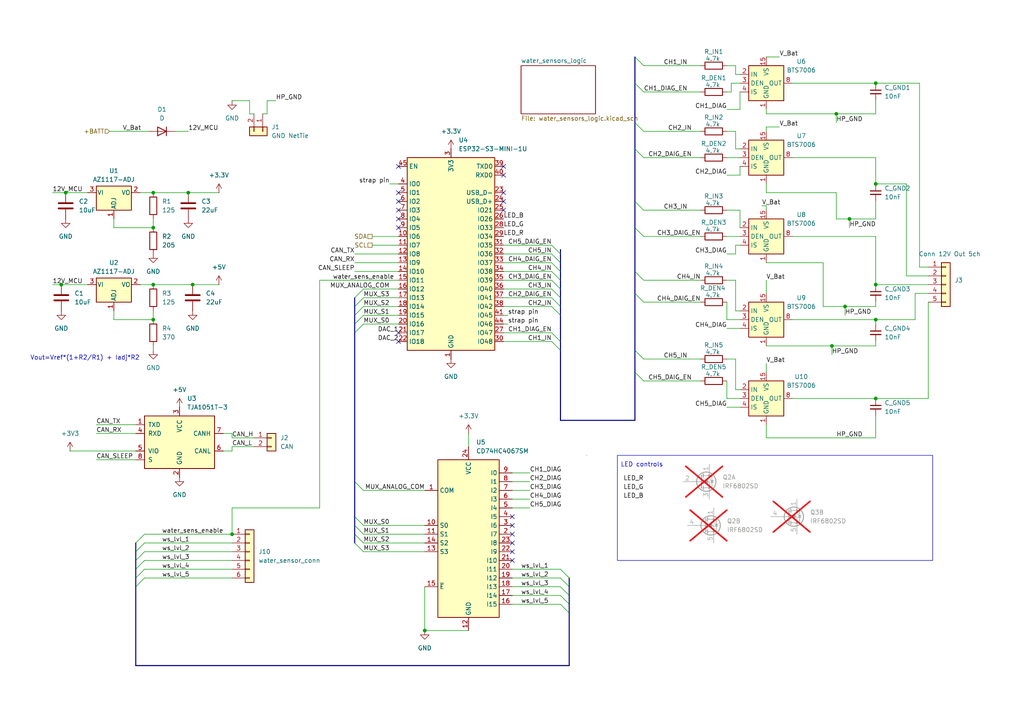
<source format=kicad_sch>
(kicad_sch (version 20231120) (generator "eeschema") (generator_version "8.0")
  (paper "A4")
  (title_block (title "camper_controller_ccu") (date "2024-12-30") (company "MK Electronics"))
  (junction (at 254 92.71))
  (junction (at 17.78 82.55))
  (junction (at 55.88 82.55))
  (junction (at 254 53.34))
  (junction (at 19.05 55.88))
  (junction (at 44.45 55.88))
  (junction (at 245.11 88.9))
  (junction (at 67.31 154.94))
  (junction (at 54.61 55.88))
  (junction (at 123.19 182.88))
  (junction (at 254 115.57))
  (junction (at 241.3 100.33))
  (junction (at 242.57 33.02))
  (junction (at 254 82.55))
  (junction (at 44.45 82.55))
  (junction (at 44.45 92.71))
  (junction (at 44.45 66.04))
  (junction (at 254 24.13))
  (junction (at 246.38 63.5))
  (no_connect (at 148.59 152.4))
  (no_connect (at 148.59 162.56))
  (no_connect (at 115.57 96.52))
  (no_connect (at 115.57 99.06))
  (no_connect (at 146.05 60.96))
  (no_connect (at 115.57 48.26))
  (no_connect (at 115.57 66.04))
  (no_connect (at 146.05 48.26))
  (no_connect (at 148.59 160.02))
  (no_connect (at 148.59 149.86))
  (no_connect (at 148.59 157.48))
  (no_connect (at 146.05 50.8))
  (no_connect (at 146.05 55.88))
  (no_connect (at 115.57 63.5))
  (no_connect (at 115.57 55.88))
  (no_connect (at 148.59 154.94))
  (no_connect (at 115.57 60.96))
  (no_connect (at 115.57 58.42))
  (no_connect (at 146.05 58.42))
  (bus_entry (at 160.02 83.82) (size 2.54 2.54))
  (bus_entry (at 39.37 157.48) (size 2.54 -2.54))
  (bus_entry (at 184.15 35.56) (size 2.54 2.54))
  (bus_entry (at 160.02 86.36) (size 2.54 2.54))
  (bus_entry (at 184.15 101.6) (size 2.54 2.54))
  (bus_entry (at 184.15 107.95) (size 2.54 2.54))
  (bus_entry (at 39.37 160.02) (size 2.54 -2.54))
  (bus_entry (at 184.15 58.42) (size 2.54 2.54))
  (bus_entry (at 165.1 177.8) (size -2.54 -2.54))
  (bus_entry (at 165.1 170.18) (size -2.54 -2.54))
  (bus_entry (at 102.87 154.94) (size 2.54 2.54))
  (bus_entry (at 160.02 78.74) (size 2.54 2.54))
  (bus_entry (at 184.15 66.04) (size 2.54 2.54))
  (bus_entry (at 184.15 78.74) (size 2.54 2.54))
  (bus_entry (at 39.37 165.1) (size 2.54 -2.54))
  (bus_entry (at 162.56 101.6) (size -2.54 -2.54))
  (bus_entry (at 39.37 170.18) (size 2.54 -2.54))
  (bus_entry (at 102.87 96.52) (size 2.54 -2.54))
  (bus_entry (at 39.37 167.64) (size 2.54 -2.54))
  (bus_entry (at 184.15 43.18) (size 2.54 2.54))
  (bus_entry (at 102.87 88.9) (size 2.54 -2.54))
  (bus_entry (at 160.02 71.12) (size 2.54 2.54))
  (bus_entry (at 160.02 81.28) (size 2.54 2.54))
  (bus_entry (at 102.87 93.98) (size 2.54 -2.54))
  (bus_entry (at 39.37 162.56) (size 2.54 -2.54))
  (bus_entry (at 162.56 91.44) (size -2.54 -2.54))
  (bus_entry (at 102.87 157.48) (size 2.54 2.54))
  (bus_entry (at 162.56 99.06) (size -2.54 -2.54))
  (bus_entry (at 165.1 175.26) (size -2.54 -2.54))
  (bus_entry (at 165.1 172.72) (size -2.54 -2.54))
  (bus_entry (at 102.87 91.44) (size 2.54 -2.54))
  (bus_entry (at 160.02 73.66) (size 2.54 2.54))
  (bus_entry (at 102.87 149.86) (size 2.54 2.54))
  (bus_entry (at 184.15 16.51) (size 2.54 2.54))
  (bus_entry (at 102.87 139.7) (size 2.54 2.54))
  (bus_entry (at 184.15 85.09) (size 2.54 2.54))
  (bus_entry (at 160.02 76.2) (size 2.54 2.54))
  (bus_entry (at 165.1 167.64) (size -2.54 -2.54))
  (bus_entry (at 184.15 24.13) (size 2.54 2.54))
  (bus_entry (at 102.87 152.4) (size 2.54 2.54))
  (bus_entry (at 102.87 86.36) (size 2.54 -2.54))
  (wire (pts (xy 254 63.5) (xy 246.38 63.5)))
  (wire (pts (xy 146.05 81.28) (xy 160.02 81.28)))
  (wire (pts (xy 222.25 127) (xy 254 127)))
  (bus (pts (xy 165.1 175.26) (xy 165.1 177.8)))
  (bus (pts (xy 162.56 72.39) (xy 162.56 73.66)))
  (bus (pts (xy 165.1 172.72) (xy 165.1 175.26)))
  (bus (pts (xy 102.87 91.44) (xy 102.87 93.98)))
  (wire (pts (xy 213.36 71.12) (xy 214.63 71.12)))
  (wire (pts (xy 266.7 24.13) (xy 254 24.13)))
  (wire (pts (xy 72.39 33.02) (xy 72.39 29.21)))
  (wire (pts (xy 148.59 139.7) (xy 153.67 139.7)))
  (wire (pts (xy 186.69 87.63) (xy 203.2 87.63)))
  (wire (pts (xy 147.32 93.98) (xy 146.05 93.98)))
  (bus (pts (xy 162.56 101.6) (xy 162.56 121.92)))
  (wire (pts (xy 210.82 118.11) (xy 214.63 118.11)))
  (wire (pts (xy 147.32 91.44) (xy 146.05 91.44)))
  (wire (pts (xy 146.05 76.2) (xy 160.02 76.2)))
  (bus (pts (xy 102.87 93.98) (xy 102.87 96.52)))
  (wire (pts (xy 40.64 82.55) (xy 44.45 82.55)))
  (wire (pts (xy 67.31 130.81) (xy 67.31 129.54)))
  (wire (pts (xy 222.25 36.83) (xy 222.25 38.1)))
  (wire (pts (xy 254 68.58) (xy 254 82.55)))
  (wire (pts (xy 269.24 82.55) (xy 254 82.55)))
  (wire (pts (xy 92.71 81.28) (xy 92.71 147.32)))
  (wire (pts (xy 186.69 26.67) (xy 203.2 26.67)))
  (wire (pts (xy 213.36 19.05) (xy 213.36 21.59)))
  (wire (pts (xy 254 87.63) (xy 254 88.9)))
  (bus (pts (xy 39.37 165.1) (xy 39.37 167.64)))
  (wire (pts (xy 41.91 167.64) (xy 67.31 167.64)))
  (bus (pts (xy 165.1 177.8) (xy 165.1 193.04)))
  (wire (pts (xy 214.63 50.8) (xy 214.63 48.26)))
  (wire (pts (xy 254 92.71) (xy 265.43 92.71)))
  (bus (pts (xy 184.15 121.92) (xy 162.56 121.92)))
  (wire (pts (xy 222.25 100.33) (xy 241.3 100.33)))
  (wire (pts (xy 33.02 66.04) (xy 33.02 63.5)))
  (wire (pts (xy 222.25 33.02) (xy 222.25 31.75)))
  (wire (pts (xy 148.59 167.64) (xy 162.56 167.64)))
  (wire (pts (xy 146.05 96.52) (xy 160.02 96.52)))
  (wire (pts (xy 146.05 78.74) (xy 160.02 78.74)))
  (wire (pts (xy 148.59 142.24) (xy 153.67 142.24)))
  (wire (pts (xy 222.25 55.88) (xy 222.25 53.34)))
  (wire (pts (xy 31.75 38.1) (xy 43.18 38.1)))
  (wire (pts (xy 254 53.34) (xy 262.89 53.34)))
  (wire (pts (xy 102.87 76.2) (xy 115.57 76.2)))
  (wire (pts (xy 254 120.65) (xy 254 127)))
  (wire (pts (xy 113.03 53.34) (xy 115.57 53.34)))
  (wire (pts (xy 222.25 105.41) (xy 222.25 107.95)))
  (wire (pts (xy 148.59 175.26) (xy 162.56 175.26)))
  (wire (pts (xy 41.91 157.48) (xy 67.31 157.48)))
  (wire (pts (xy 222.25 55.88) (xy 242.57 55.88)))
  (wire (pts (xy 222.25 59.69) (xy 220.98 59.69)))
  (wire (pts (xy 123.19 170.18) (xy 123.19 182.88)))
  (wire (pts (xy 67.31 129.54) (xy 73.66 129.54)))
  (wire (pts (xy 269.24 77.47) (xy 266.7 77.47)))
  (wire (pts (xy 229.87 24.13) (xy 254 24.13)))
  (wire (pts (xy 254 92.71) (xy 254 93.98)))
  (wire (pts (xy 67.31 147.32) (xy 67.31 154.94)))
  (wire (pts (xy 41.91 162.56) (xy 67.31 162.56)))
  (bus (pts (xy 184.15 58.42) (xy 184.15 66.04)))
  (wire (pts (xy 242.57 33.02) (xy 242.57 35.56)))
  (wire (pts (xy 241.3 100.33) (xy 241.3 102.87)))
  (wire (pts (xy 63.5 55.88) (xy 54.61 55.88)))
  (wire (pts (xy 77.47 33.02) (xy 77.47 29.21)))
  (wire (pts (xy 246.38 63.5) (xy 246.38 66.04)))
  (wire (pts (xy 67.31 29.21) (xy 72.39 29.21)))
  (wire (pts (xy 92.71 81.28) (xy 115.57 81.28)))
  (wire (pts (xy 229.87 115.57) (xy 254 115.57)))
  (wire (pts (xy 214.63 60.96) (xy 214.63 66.04)))
  (wire (pts (xy 213.36 21.59) (xy 214.63 21.59)))
  (bus (pts (xy 162.56 76.2) (xy 162.56 78.74)))
  (wire (pts (xy 213.36 73.66) (xy 213.36 71.12)))
  (wire (pts (xy 222.25 33.02) (xy 242.57 33.02)))
  (wire (pts (xy 44.45 66.04) (xy 44.45 63.5)))
  (wire (pts (xy 15.24 55.88) (xy 19.05 55.88)))
  (wire (pts (xy 210.82 95.25) (xy 214.63 95.25)))
  (wire (pts (xy 77.47 29.21) (xy 80.01 29.21)))
  (wire (pts (xy 213.36 38.1) (xy 213.36 43.18)))
  (bus (pts (xy 102.87 149.86) (xy 102.87 139.7)))
  (wire (pts (xy 229.87 45.72) (xy 254 45.72)))
  (bus (pts (xy 184.15 107.95) (xy 184.15 121.92)))
  (wire (pts (xy 254 58.42) (xy 254 63.5)))
  (wire (pts (xy 186.69 110.49) (xy 203.2 110.49)))
  (wire (pts (xy 55.88 82.55) (xy 63.5 82.55)))
  (wire (pts (xy 214.63 92.71) (xy 210.82 92.71)))
  (wire (pts (xy 210.82 115.57) (xy 214.63 115.57)))
  (wire (pts (xy 41.91 160.02) (xy 67.31 160.02)))
  (wire (pts (xy 186.69 104.14) (xy 203.2 104.14)))
  (wire (pts (xy 210.82 31.75) (xy 214.63 31.75)))
  (bus (pts (xy 102.87 88.9) (xy 102.87 91.44)))
  (bus (pts (xy 102.87 96.52) (xy 102.87 139.7)))
  (wire (pts (xy 41.91 165.1) (xy 67.31 165.1)))
  (wire (pts (xy 245.11 88.9) (xy 245.11 91.44)))
  (wire (pts (xy 146.05 99.06) (xy 160.02 99.06)))
  (wire (pts (xy 238.76 88.9) (xy 245.11 88.9)))
  (bus (pts (xy 162.56 86.36) (xy 162.56 88.9)))
  (wire (pts (xy 254 45.72) (xy 254 53.34)))
  (wire (pts (xy 222.25 36.83) (xy 226.06 36.83)))
  (wire (pts (xy 214.63 60.96) (xy 210.82 60.96)))
  (wire (pts (xy 102.87 73.66) (xy 115.57 73.66)))
  (bus (pts (xy 162.56 78.74) (xy 162.56 81.28)))
  (wire (pts (xy 105.41 152.4) (xy 123.19 152.4)))
  (wire (pts (xy 15.24 82.55) (xy 17.78 82.55)))
  (wire (pts (xy 214.63 31.75) (xy 214.63 26.67)))
  (wire (pts (xy 210.82 50.8) (xy 214.63 50.8)))
  (wire (pts (xy 102.87 78.74) (xy 115.57 78.74)))
  (wire (pts (xy 269.24 85.09) (xy 265.43 85.09)))
  (wire (pts (xy 146.05 71.12) (xy 160.02 71.12)))
  (wire (pts (xy 107.95 68.58) (xy 115.57 68.58)))
  (wire (pts (xy 148.59 144.78) (xy 153.67 144.78)))
  (wire (pts (xy 20.32 130.81) (xy 39.37 130.81)))
  (wire (pts (xy 238.76 76.2) (xy 222.25 76.2)))
  (wire (pts (xy 186.69 81.28) (xy 203.2 81.28)))
  (wire (pts (xy 33.02 92.71) (xy 33.02 90.17)))
  (wire (pts (xy 213.36 81.28) (xy 210.82 81.28)))
  (wire (pts (xy 33.02 92.71) (xy 44.45 92.71)))
  (wire (pts (xy 148.59 170.18) (xy 162.56 170.18)))
  (wire (pts (xy 92.71 147.32) (xy 67.31 147.32)))
  (wire (pts (xy 148.59 147.32) (xy 153.67 147.32)))
  (wire (pts (xy 265.43 85.09) (xy 265.43 92.71)))
  (bus (pts (xy 102.87 154.94) (xy 102.87 152.4)))
  (bus (pts (xy 165.1 170.18) (xy 165.1 172.72)))
  (wire (pts (xy 146.05 83.82) (xy 160.02 83.82)))
  (wire (pts (xy 262.89 80.01) (xy 262.89 53.34)))
  (bus (pts (xy 184.15 85.09) (xy 184.15 101.6)))
  (wire (pts (xy 64.77 130.81) (xy 67.31 130.81)))
  (wire (pts (xy 210.82 104.14) (xy 213.36 104.14)))
  (wire (pts (xy 44.45 82.55) (xy 55.88 82.55)))
  (wire (pts (xy 254 29.21) (xy 254 33.02)))
  (wire (pts (xy 186.69 60.96) (xy 203.2 60.96)))
  (wire (pts (xy 67.31 127) (xy 73.66 127)))
  (bus (pts (xy 184.15 24.13) (xy 184.15 35.56)))
  (wire (pts (xy 210.82 92.71) (xy 210.82 87.63)))
  (wire (pts (xy 222.25 60.96) (xy 222.25 59.69)))
  (wire (pts (xy 148.59 165.1) (xy 162.56 165.1)))
  (wire (pts (xy 40.64 55.88) (xy 44.45 55.88)))
  (wire (pts (xy 27.94 125.73) (xy 39.37 125.73)))
  (bus (pts (xy 184.15 78.74) (xy 184.15 85.09)))
  (bus (pts (xy 39.37 162.56) (xy 39.37 165.1)))
  (wire (pts (xy 186.69 19.05) (xy 203.2 19.05)))
  (wire (pts (xy 246.38 63.5) (xy 242.57 63.5)))
  (bus (pts (xy 165.1 193.04) (xy 39.37 193.04)))
  (bus (pts (xy 184.15 43.18) (xy 184.15 58.42)))
  (bus (pts (xy 162.56 73.66) (xy 162.56 76.2)))
  (wire (pts (xy 222.25 123.19) (xy 222.25 127)))
  (wire (pts (xy 212.09 24.13) (xy 212.09 26.67)))
  (wire (pts (xy 213.36 104.14) (xy 213.36 113.03)))
  (wire (pts (xy 242.57 33.02) (xy 254 33.02)))
  (wire (pts (xy 105.41 157.48) (xy 123.19 157.48)))
  (wire (pts (xy 229.87 68.58) (xy 254 68.58)))
  (wire (pts (xy 210.82 110.49) (xy 210.82 115.57)))
  (wire (pts (xy 229.87 92.71) (xy 254 92.71)))
  (wire (pts (xy 105.41 93.98) (xy 115.57 93.98)))
  (wire (pts (xy 210.82 68.58) (xy 214.63 68.58)))
  (wire (pts (xy 186.69 38.1) (xy 203.2 38.1)))
  (bus (pts (xy 184.15 35.56) (xy 184.15 43.18)))
  (wire (pts (xy 146.05 73.66) (xy 160.02 73.66)))
  (wire (pts (xy 213.36 81.28) (xy 213.36 90.17)))
  (wire (pts (xy 107.95 71.12) (xy 115.57 71.12)))
  (bus (pts (xy 184.15 101.6) (xy 184.15 107.95)))
  (bus (pts (xy 184.15 66.04) (xy 184.15 78.74)))
  (wire (pts (xy 33.02 66.04) (xy 44.45 66.04)))
  (wire (pts (xy 105.41 142.24) (xy 123.19 142.24)))
  (wire (pts (xy 186.69 68.58) (xy 203.2 68.58)))
  (wire (pts (xy 269.24 87.63) (xy 269.24 115.57)))
  (wire (pts (xy 123.19 182.88) (xy 135.89 182.88)))
  (wire (pts (xy 73.66 33.02) (xy 72.39 33.02)))
  (wire (pts (xy 146.05 86.36) (xy 160.02 86.36)))
  (bus (pts (xy 165.1 167.64) (xy 165.1 170.18)))
  (wire (pts (xy 213.36 43.18) (xy 214.63 43.18)))
  (wire (pts (xy 254 99.06) (xy 254 100.33)))
  (wire (pts (xy 242.57 55.88) (xy 242.57 63.5)))
  (bus (pts (xy 102.87 152.4) (xy 102.87 149.86)))
  (bus (pts (xy 162.56 88.9) (xy 162.56 91.44)))
  (wire (pts (xy 19.05 55.88) (xy 25.4 55.88)))
  (wire (pts (xy 39.37 123.19) (xy 27.94 123.19)))
  (wire (pts (xy 214.63 24.13) (xy 212.09 24.13)))
  (wire (pts (xy 105.41 154.94) (xy 123.19 154.94)))
  (bus (pts (xy 102.87 86.36) (xy 102.87 88.9)))
  (wire (pts (xy 148.59 172.72) (xy 162.56 172.72)))
  (wire (pts (xy 105.41 83.82) (xy 115.57 83.82)))
  (wire (pts (xy 105.41 86.36) (xy 115.57 86.36)))
  (bus (pts (xy 102.87 157.48) (xy 102.87 154.94)))
  (bus (pts (xy 39.37 157.48) (xy 39.37 160.02)))
  (wire (pts (xy 245.11 88.9) (xy 254 88.9)))
  (wire (pts (xy 27.94 133.35) (xy 39.37 133.35)))
  (wire (pts (xy 238.76 76.2) (xy 238.76 88.9)))
  (wire (pts (xy 105.41 160.02) (xy 123.19 160.02)))
  (wire (pts (xy 269.24 80.01) (xy 262.89 80.01)))
  (wire (pts (xy 17.78 82.55) (xy 25.4 82.55)))
  (wire (pts (xy 41.91 154.94) (xy 67.31 154.94)))
  (wire (pts (xy 44.45 92.71) (xy 44.45 90.17)))
  (wire (pts (xy 67.31 125.73) (xy 67.31 127)))
  (bus (pts (xy 162.56 81.28) (xy 162.56 83.82)))
  (bus (pts (xy 39.37 170.18) (xy 39.37 193.04)))
  (wire (pts (xy 213.36 90.17) (xy 214.63 90.17)))
  (wire (pts (xy 210.82 73.66) (xy 213.36 73.66)))
  (wire (pts (xy 50.8 38.1) (xy 54.61 38.1)))
  (wire (pts (xy 210.82 19.05) (xy 213.36 19.05)))
  (wire (pts (xy 105.41 91.44) (xy 115.57 91.44)))
  (wire (pts (xy 76.2 33.02) (xy 77.47 33.02)))
  (wire (pts (xy 254 115.57) (xy 269.24 115.57)))
  (wire (pts (xy 64.77 125.73) (xy 67.31 125.73)))
  (wire (pts (xy 148.59 137.16) (xy 153.67 137.16)))
  (bus (pts (xy 39.37 160.02) (xy 39.37 162.56)))
  (wire (pts (xy 222.25 16.51) (xy 226.06 16.51)))
  (wire (pts (xy 135.89 125.73) (xy 135.89 129.54)))
  (bus (pts (xy 162.56 83.82) (xy 162.56 86.36)))
  (wire (pts (xy 146.05 88.9) (xy 160.02 88.9)))
  (wire (pts (xy 105.41 88.9) (xy 115.57 88.9)))
  (wire (pts (xy 210.82 38.1) (xy 213.36 38.1)))
  (bus (pts (xy 184.15 16.51) (xy 184.15 24.13)))
  (bus (pts (xy 162.56 99.06) (xy 162.56 101.6)))
  (wire (pts (xy 213.36 113.03) (xy 214.63 113.03)))
  (wire (pts (xy 266.7 77.47) (xy 266.7 24.13)))
  (wire (pts (xy 254 100.33) (xy 241.3 100.33)))
  (wire (pts (xy 210.82 45.72) (xy 214.63 45.72)))
  (wire (pts (xy 44.45 55.88) (xy 54.61 55.88)))
  (wire (pts (xy 222.25 81.28) (xy 222.25 85.09)))
  (bus (pts (xy 39.37 167.64) (xy 39.37 170.18)))
  (wire (pts (xy 203.2 45.72) (xy 186.69 45.72)))
  (bus (pts (xy 162.56 91.44) (xy 162.56 99.06)))
  (wire (pts (xy 44.45 101.6) (xy 44.45 100.33)))
  (wire (pts (xy 212.09 26.67) (xy 210.82 26.67)))
  (rectangle (start 170.18 132.08) (end 170.18 132.08))
  (rectangle (start 179.07 132.08) (end 270.51 162.56))
  (text "Vout=Vref*(1+R2/R1) + Iadj*R2" (at 24.638 103.886 0) (effects (font (size 1.27 1.27))))
  (text "LED controls\n" (at 186.182 134.874 0) (effects (font (size 1.27 1.27))))
  (label "CH2_IN" (at 160.02 88.9 180))
  (label "CAN_SLEEP" (at 27.94 133.35 0))
  (label "ws_lvl_4" (at 151.13 172.72 0))
  (label "CH4_IN" (at 203.2 81.28 180))
  (label "CH4_DIAG" (at 153.67 144.78 0))
  (label "LED_B" (at 146.05 63.5 0))
  (label "CH3_DAIG_EN" (at 203.2 68.58 180))
  (label "MUX_S1" (at 105.41 91.44 0))
  (label "CAN_RX" (at 102.87 76.2 180))
  (label "DAC_1" (at 115.57 96.52 180))
  (label "CH3_DIAG" (at 210.82 73.66 180))
  (label "MUX_S2" (at 105.41 157.48 0))
  (label "strap pin" (at 147.32 91.44 0))
  (label "strap pin" (at 147.32 93.98 0))
  (label "MUX_S1" (at 105.41 154.94 0))
  (label "V_Bat" (at 222.25 81.28 0))
  (label "ws_lvl_2" (at 151.13 167.64 0))
  (label "HP_GND" (at 242.57 127 0))
  (label "CH1_DIAG" (at 210.82 31.75 180))
  (label "HP_GND" (at 242.57 35.56 0))
  (label "CH1_IN" (at 199.39 19.05 180))
  (label "CAN_TX" (at 102.87 73.66 180))
  (label "V_Bat" (at 35.56 38.1 0))
  (label "CAN_TX" (at 27.94 123.19 0))
  (label "CH4_DAIG_EN" (at 160.02 76.2 180))
  (label "DAC_2" (at 115.57 99.06 180))
  (label "CH5_DAIG_EN" (at 200.66 110.49 180))
  (label "CH1_DIAG_EN" (at 160.02 96.52 180))
  (label "ws_lvl_4" (at 46.99 165.1 0))
  (label "MUX_ANALOG_COM" (at 123.19 142.24 180))
  (label "LED_B" (at 186.69 144.78 180))
  (label "V_Bat" (at 222.25 105.41 0))
  (label "CAN_H" (at 67.31 127 0))
  (label "V_Bat" (at 220.98 59.69 0))
  (label "12V_MCU" (at 15.24 55.88 0))
  (label "CH5_DIAG" (at 210.82 118.11 180))
  (label "CH1_DIAG_EN" (at 199.39 26.67 180))
  (label "CAN_RX" (at 27.94 125.73 0))
  (label "CH2_DAIG_EN" (at 200.66 45.72 180))
  (label "CH2_DAIG_EN" (at 160.02 86.36 180))
  (label "ws_lvl_1" (at 46.99 157.48 0))
  (label "MUX_S3" (at 105.41 86.36 0))
  (label "ws_lvl_2" (at 46.99 160.02 0))
  (label "LED_G" (at 186.69 142.24 180))
  (label "HP_GND" (at 245.11 91.44 0))
  (label "ws_lvl_3" (at 151.13 170.18 0))
  (label "CAN_SLEEP" (at 102.87 78.74 180))
  (label "ws_lvl_3" (at 46.99 162.56 0))
  (label "ws_lvl_5" (at 46.99 167.64 0))
  (label "LED_R" (at 186.69 139.7 180))
  (label "CH2_DIAG" (at 153.67 139.7 0))
  (label "CAN_L" (at 67.31 129.54 0))
  (label "MUX_S3" (at 105.41 160.02 0))
  (label "ws_lvl_1" (at 151.13 165.1 0))
  (label "LED_G" (at 146.05 66.04 0))
  (label "CH4_DAIG_EN" (at 203.2 87.63 180))
  (label "CH5_DIAG" (at 153.67 147.32 0))
  (label "V_Bat" (at 226.06 36.83 0))
  (label "HP_GND" (at 241.3 102.87 0))
  (label "CH4_DIAG" (at 210.82 95.25 180))
  (label "HP_GND" (at 246.38 66.04 0))
  (label "CH3_IN" (at 199.39 60.96 180))
  (label "strap pin" (at 113.03 53.34 180))
  (label "CH5_DAIG_EN" (at 160.02 71.12 180))
  (label "LED_R" (at 146.05 68.58 0))
  (label "CH3_IN" (at 160.02 83.82 180))
  (label "MUX_ANALOG_COM" (at 113.03 83.82 180))
  (label "MUX_S2" (at 105.41 88.9 0))
  (label "12V_MCU" (at 54.61 38.1 0))
  (label "V_Bat" (at 226.06 16.51 0))
  (label "CH4_IN" (at 160.02 78.74 180))
  (label "MUX_S0" (at 105.41 152.4 0))
  (label "water_sens_enable" (at 96.52 81.28 0))
  (label "MUX_S0" (at 105.41 93.98 0))
  (label "12V_MCU" (at 15.24 82.55 0))
  (label "CH3_DAIG_EN" (at 160.02 81.28 180))
  (label "CH5_IN" (at 199.39 104.14 180))
  (label "CH3_DIAG" (at 153.67 142.24 0))
  (label "CH2_DIAG" (at 210.82 50.8 180))
  (label "ws_lvl_5" (at 151.13 175.26 0))
  (label "CH1_IN" (at 160.02 99.06 180))
  (label "CH2_IN" (at 200.66 38.1 180))
  (label "HP_GND" (at 80.01 29.21 0))
  (label "CH5_IN" (at 160.02 73.66 180))
  (label "CH1_DIAG" (at 153.67 137.16 0))
  (label "water_sens_enable" (at 46.99 154.94 0))
  (hierarchical_label "SDA" (shape passive) (at 107.95 68.58 180))
  (hierarchical_label "+BATT" (shape input) (at 31.75 38.1 180))
  (hierarchical_label "SCL" (shape passive) (at 107.95 71.12 180))
  (symbol (lib_id "Device:C") (at 17.78 86.36 0) (unit 1)
    (property "Reference" "C1" (at 21.59 85.0899 0) (effects (justify left)))
    (property "Value" "10uF" (at 21.59 87.6299 0) (effects (justify left)))
    (property "Footprint" "Capacitor_SMD:C_0805_2012Metric_Pad1.18x1.45mm_HandSolder" (effects (hide yes)))
    (property "Description" "Unpolarized capacitor" (effects (hide yes)))
  )
  (symbol (lib_id "Device:R") (at 44.45 59.69 0) (unit 1)
    (property "Reference" "R1" (at 46.99 58.4199 0) (effects (justify left)))
    (property "Value" "125" (at 46.99 60.9599 0) (effects (justify left)))
    (property "Footprint" "Resistor_SMD:R_0805_2012Metric_Pad1.20x1.40mm_HandSolder" (effects (hide yes)))
    (property "Description" "Resistor" (effects (hide yes)))
  )
  (symbol (lib_id "Connector_Generic:Conn_01x05") (at 274.32 82.55 0) (unit 1)
    (property "Reference" "J3" (at 276.86 81.2799 0) (effects (justify left)))
    (property "Value" "Conn 12V Out 5ch" (at 266.446 73.66 0) (effects (justify left)))
    (property "Footprint" "TerminalBlock:TerminalBlock_bornier-5_P5.08mm" (effects (hide yes)))
    (property "Description" "Generic connector, single row, 01x05, script generated (kicad-library-utils/schlib/autogen/connector/)" (effects (hide yes)))
  )
  (symbol (lib_name "GND_2") (lib_id "power:GND") (at 54.61 63.5 0) (unit 1)
    (property "Reference" "#PWR09" (effects (hide yes)))
    (property "Value" "GND" (at 54.61 68.58 0))
    (property "Description" "Power symbol creates a global label with name \"GND\" , ground" (effects (hide yes)))
  )
  (symbol (lib_id "Device:C_Small") (at 254 55.88 0) (unit 1)
    (property "Reference" "C_GND2" (at 256.54 54.6162 0) (effects (justify left)))
    (property "Value" "10nF" (at 256.54 57.1562 0) (effects (justify left)))
    (property "Footprint" "Capacitor_SMD:C_0805_2012Metric_Pad1.18x1.45mm_HandSolder" (effects (hide yes)))
    (property "Description" "Unpolarized capacitor, small symbol" (effects (hide yes)))
  )
  (symbol (lib_name "BTS7004-1EPP_3") (lib_id "Power_Management:BTS7004-1EPP") (at 222.25 115.57 0) (unit 1)
    (property "Reference" "U10" (at 232.41 109.2514 0))
    (property "Value" "BTS7006" (at 232.41 111.7914 0))
    (property "Footprint" "Package_SO:Infineon_PG-TSDSO-14-22" (effects (hide yes)))
    (property "Datasheet" "https://www.infineon.com/dgdl/Infineon-BTS7004-1EPP-DS-v01_00-EN.pdf?fileId=5546d4626102d35a016147550a725555" (effects (hide yes)))
    (property "Description" "Smart High-Side Power Switch, PROFET, One Channel, 12V, 15A, Rds(on) 4.4mΩ, PG-TSDSO-14-22" (effects (hide yes)))
  )
  (symbol (lib_id "power:+3V3") (at 20.32 130.81 0) (unit 1)
    (property "Reference" "#PWR05" (effects (hide yes)))
    (property "Value" "+3V3" (at 20.32 125.73 0))
    (property "Description" "Power symbol creates a global label with name \"+3V3\"" (effects (hide yes)))
  )
  (symbol (lib_id "Device:C_Small") (at 254 118.11 0) (unit 1)
    (property "Reference" "C_GND5" (at 256.54 116.8462 0) (effects (justify left)))
    (property "Value" "10nF" (at 256.54 119.3862 0) (effects (justify left)))
    (property "Footprint" "Capacitor_SMD:C_0805_2012Metric_Pad1.18x1.45mm_HandSolder" (effects (hide yes)))
    (property "Description" "Unpolarized capacitor, small symbol" (effects (hide yes)))
  )
  (symbol (lib_id "power:+3.3V") (at 63.5 55.88 0) (unit 1)
    (property "Reference" "#PWR013" (effects (hide yes)))
    (property "Value" "+3.3V" (at 63.5 50.8 0))
    (property "Description" "Power symbol creates a global label with name \"+3.3V\"" (effects (hide yes)))
  )
  (symbol (lib_id "Device:C_Small") (at 254 96.52 0) (unit 1)
    (property "Reference" "C_GND4" (at 256.54 95.2562 0) (effects (justify left)))
    (property "Value" "10nF" (at 256.54 97.7962 0) (effects (justify left)))
    (property "Footprint" "Capacitor_SMD:C_0805_2012Metric_Pad1.18x1.45mm_HandSolder" (effects (hide yes)))
    (property "Description" "Unpolarized capacitor, small symbol" (effects (hide yes)))
  )
  (symbol (lib_id "Device:R") (at 207.01 26.67 90) (unit 1)
    (property "Reference" "R_DEN1" (at 207.01 22.606 90))
    (property "Value" "4.7k" (at 206.756 24.638 90))
    (property "Footprint" "Resistor_SMD:R_0805_2012Metric_Pad1.20x1.40mm_HandSolder" (effects (hide yes)))
    (property "Datasheet" "https://www.tme.eu/pl/details/pmr2s-100k/rezystory-tht/royal-ohm/pmr02sj0104a10/" (effects (hide yes)))
    (property "Description" "Resistor" (effects (hide yes)))
  )
  (symbol (lib_name "BTS7004-1EPP_2") (lib_id "Power_Management:BTS7004-1EPP") (at 222.25 68.58 0) (unit 1)
    (property "Reference" "U8" (at 232.41 62.2614 0))
    (property "Value" "BTS7006" (at 232.41 64.8014 0))
    (property "Footprint" "Package_SO:Infineon_PG-TSDSO-14-22" (effects (hide yes)))
    (property "Datasheet" "https://www.infineon.com/dgdl/Infineon-BTS7004-1EPP-DS-v01_00-EN.pdf?fileId=5546d4626102d35a016147550a725555" (effects (hide yes)))
    (property "Description" "Smart High-Side Power Switch, PROFET, One Channel, 12V, 15A, Rds(on) 4.4mΩ, PG-TSDSO-14-22" (effects (hide yes)))
  )
  (symbol (lib_id "Transistor_FET:IRF6802SD") (at 203.2 139.7 0) (unit 1) (on_board no) (dnp yes)
    (property "Reference" "Q2" (at 209.55 138.4299 0) (effects (justify left)))
    (property "Value" "IRF6802SD" (at 209.55 140.9699 0) (effects (justify left)))
    (property "Footprint" "Package_DirectFET:DirectFET_SA" (effects (hide yes)))
    (property "Datasheet" "https://www.infineon.com/dgdl/irf6802sdpbf.pdf?fileId=5546d462533600a4015355f0a3021ab2" (effects (hide yes)))
    (property "Description" "16A Id, 25V Vds, 4.2mOhm Rds, Dual N-Channel MOSFET, DirectFET SA" (effects (hide yes)))
  )
  (symbol (lib_id "Device:R") (at 44.45 86.36 0) (unit 1)
    (property "Reference" "R3" (at 46.99 85.0899 0) (effects (justify left)))
    (property "Value" "125" (at 46.99 87.6299 0) (effects (justify left)))
    (property "Footprint" "Resistor_SMD:R_0805_2012Metric_Pad1.20x1.40mm_HandSolder" (effects (hide yes)))
    (property "Description" "Resistor" (effects (hide yes)))
  )
  (symbol (lib_id "Device:R") (at 207.01 104.14 90) (unit 1)
    (property "Reference" "R_IN5" (at 207.01 100.076 90))
    (property "Value" "4.7k" (at 206.756 102.108 90))
    (property "Footprint" "Resistor_SMD:R_0805_2012Metric_Pad1.20x1.40mm_HandSolder" (effects (hide yes)))
    (property "Datasheet" "https://www.tme.eu/pl/details/pmr2s-100k/rezystory-tht/royal-ohm/pmr02sj0104a10/" (effects (hide yes)))
    (property "Description" "Resistor" (effects (hide yes)))
  )
  (symbol (lib_name "BTS7004-1EPP_1") (lib_id "Power_Management:BTS7004-1EPP") (at 222.25 45.72 0) (unit 1)
    (property "Reference" "U7" (at 232.41 39.4014 0))
    (property "Value" "BTS7006" (at 232.41 41.9414 0))
    (property "Footprint" "Package_SO:Infineon_PG-TSDSO-14-22" (effects (hide yes)))
    (property "Datasheet" "https://www.infineon.com/dgdl/Infineon-BTS7004-1EPP-DS-v01_00-EN.pdf?fileId=5546d4626102d35a016147550a725555" (effects (hide yes)))
    (property "Description" "Smart High-Side Power Switch, PROFET, One Channel, 12V, 15A, Rds(on) 4.4mΩ, PG-TSDSO-14-22" (effects (hide yes)))
  )
  (symbol (lib_id "Connector_Generic:Conn_01x02") (at 76.2 38.1 270) (unit 1)
    (property "Reference" "J1" (at 78.74 36.8299 90) (effects (justify left)))
    (property "Value" "GND NetTie" (at 78.74 39.3699 90) (effects (justify left)))
    (property "Footprint" "Connector_PinHeader_1.00mm:PinHeader_1x02_P1.00mm_Vertical" (effects (hide yes)))
    (property "Description" "Generic connector, single row, 01x02, script generated (kicad-library-utils/schlib/autogen/connector/)" (effects (hide yes)))
  )
  (symbol (lib_id "Device:C_Small") (at 254 85.09 0) (unit 1)
    (property "Reference" "C_GND3" (at 256.54 83.8262 0) (effects (justify left)))
    (property "Value" "10nF" (at 256.54 86.3662 0) (effects (justify left)))
    (property "Footprint" "Capacitor_SMD:C_0805_2012Metric_Pad1.18x1.45mm_HandSolder" (effects (hide yes)))
    (property "Description" "Unpolarized capacitor, small symbol" (effects (hide yes)))
  )
  (symbol (lib_id "power:+5V") (at 52.07 118.11 0) (unit 1)
    (property "Reference" "#PWR011" (effects (hide yes)))
    (property "Value" "+5V" (at 52.07 113.03 0))
    (property "Description" "Power symbol creates a global label with name \"+5V\"" (effects (hide yes)))
  )
  (symbol (lib_id "Device:C") (at 54.61 59.69 180) (unit 1)
    (property "Reference" "C3" (at 58.42 58.4199 0) (effects (justify right)))
    (property "Value" "22uF" (at 58.42 60.9599 0) (effects (justify right)))
    (property "Footprint" "Capacitor_SMD:C_0805_2012Metric_Pad1.18x1.45mm_HandSolder" (effects (hide yes)))
    (property "Description" "Unpolarized capacitor" (effects (hide yes)))
  )
  (symbol (lib_id "power:+5V") (at 63.5 82.55 0) (unit 1)
    (property "Reference" "#PWR014" (effects (hide yes)))
    (property "Value" "+5V" (at 63.5 77.47 0))
    (property "Description" "Power symbol creates a global label with name \"+5V\"" (effects (hide yes)))
  )
  (symbol (lib_id "Device:R") (at 44.45 69.85 0) (unit 1)
    (property "Reference" "R2" (at 46.99 68.5799 0) (effects (justify left)))
    (property "Value" "205" (at 46.99 71.1199 0) (effects (justify left)))
    (property "Footprint" "Resistor_SMD:R_0805_2012Metric_Pad1.20x1.40mm_HandSolder" (effects (hide yes)))
    (property "Description" "Resistor" (effects (hide yes)))
  )
  (symbol (lib_id "power:GND") (at 55.88 90.17 0) (unit 1)
    (property "Reference" "#PWR010" (effects (hide yes)))
    (property "Value" "GND" (at 55.88 95.25 0))
    (property "Description" "Power symbol creates a global label with name \"GND\" , ground" (effects (hide yes)))
  )
  (symbol (lib_id "Device:R") (at 207.01 60.96 90) (unit 1)
    (property "Reference" "R_IN3" (at 207.01 56.896 90))
    (property "Value" "4.7k" (at 206.756 58.928 90))
    (property "Footprint" "Resistor_SMD:R_0805_2012Metric_Pad1.20x1.40mm_HandSolder" (effects (hide yes)))
    (property "Datasheet" "https://www.tme.eu/pl/details/pmr2s-100k/rezystory-tht/royal-ohm/pmr02sj0104a10/" (effects (hide yes)))
    (property "Description" "Resistor" (effects (hide yes)))
  )
  (symbol (lib_id "power:GND") (at 130.81 104.14 0) (unit 1)
    (property "Reference" "#PWR018" (effects (hide yes)))
    (property "Value" "GND" (at 130.81 109.22 0))
    (property "Description" "Power symbol creates a global label with name \"GND\" , ground" (effects (hide yes)))
  )
  (symbol (lib_id "Power_Management:BTS7004-1EPP") (at 222.25 24.13 0) (unit 1)
    (property "Reference" "U6" (at 232.41 17.8114 0))
    (property "Value" "BTS7006" (at 232.41 20.3514 0))
    (property "Footprint" "Package_SO:Infineon_PG-TSDSO-14-22" (effects (hide yes)))
    (property "Datasheet" "https://www.infineon.com/dgdl/Infineon-BTS7004-1EPP-DS-v01_00-EN.pdf?fileId=5546d4626102d35a016147550a725555" (effects (hide yes)))
    (property "Description" "Smart High-Side Power Switch, PROFET, One Channel, 12V, 15A, Rds(on) 4.4mΩ, PG-TSDSO-14-22" (effects (hide yes)))
  )
  (symbol (lib_id "power:GND") (at 52.07 138.43 0) (unit 1)
    (property "Reference" "#PWR012" (effects (hide yes)))
    (property "Value" "GND" (at 52.07 143.51 0))
    (property "Description" "Power symbol creates a global label with name \"GND\" , ground" (effects (hide yes)))
  )
  (symbol (lib_id "Regulator_Linear:AZ1117-ADJ") (at 33.02 82.55 0) (unit 1)
    (property "Reference" "U2" (at 33.02 76.2 0))
    (property "Value" "AZ1117-ADJ" (at 33.02 78.74 0))
    (property "Footprint" "Package_TO_SOT_SMD:SOT-223-3_TabPin2" (effects (hide yes)))
    (property "Datasheet" "https://www.diodes.com/assets/Datasheets/AZ1117.pdf" (effects (hide yes)))
    (property "Description" "1A 20V Adjustable LDO Linear Regulator, SOT-89/SOT-223/TO-220/TO-252/TO-263" (effects (hide yes)))
  )
  (symbol (lib_name "BTS7004-1EPP_3") (lib_id "Power_Management:BTS7004-1EPP") (at 222.25 92.71 0) (unit 1)
    (property "Reference" "U9" (at 232.41 86.3914 0))
    (property "Value" "BTS7006" (at 232.41 88.9314 0))
    (property "Footprint" "Package_SO:Infineon_PG-TSDSO-14-22" (effects (hide yes)))
    (property "Datasheet" "https://www.infineon.com/dgdl/Infineon-BTS7004-1EPP-DS-v01_00-EN.pdf?fileId=5546d4626102d35a016147550a725555" (effects (hide yes)))
    (property "Description" "Smart High-Side Power Switch, PROFET, One Channel, 12V, 15A, Rds(on) 4.4mΩ, PG-TSDSO-14-22" (effects (hide yes)))
  )
  (symbol (lib_id "Interface_CAN_LIN:TJA1051T-3") (at 52.07 128.27 0) (unit 1)
    (property "Reference" "U3" (at 54.2641 115.57 0) (effects (justify left)))
    (property "Value" "TJA1051T-3" (at 54.2641 118.11 0) (effects (justify left)))
    (property "Footprint" "Package_SO:SOIC-8_3.9x4.9mm_P1.27mm" (effects (hide yes)))
    (property "Datasheet" "http://www.nxp.com/docs/en/data-sheet/TJA1051.pdf" (effects (hide yes)))
    (property "Description" "High-Speed CAN Transceiver, separate VIO, silent mode, SOIC-8" (effects (hide yes)))
  )
  (symbol (lib_id "Device:C") (at 55.88 86.36 180) (unit 1)
    (property "Reference" "C4" (at 59.69 85.0899 0) (effects (justify right)))
    (property "Value" "22uF" (at 59.69 87.6299 0) (effects (justify right)))
    (property "Footprint" "Capacitor_SMD:C_0805_2012Metric_Pad1.18x1.45mm_HandSolder" (effects (hide yes)))
    (property "Description" "Unpolarized capacitor" (effects (hide yes)))
  )
  (symbol (lib_id "Device:R") (at 44.45 96.52 0) (unit 1)
    (property "Reference" "R4" (at 46.99 95.2499 0) (effects (justify left)))
    (property "Value" "370" (at 46.99 97.7899 0) (effects (justify left)))
    (property "Footprint" "Resistor_SMD:R_0805_2012Metric_Pad1.20x1.40mm_HandSolder" (effects (hide yes)))
    (property "Description" "Resistor" (effects (hide yes)))
  )
  (symbol (lib_id "74xx:CD74HC4067SM") (at 135.89 154.94 0) (unit 1)
    (property "Reference" "U5" (at 138.0841 128.27 0) (effects (justify left)))
    (property "Value" "CD74HC4067SM" (at 138.0841 130.81 0) (effects (justify left)))
    (property "Footprint" "Package_SO:SSOP-24_5.3x8.2mm_P0.65mm" (effects (hide yes)))
    (property "Datasheet" "http://www.ti.com/lit/ds/symlink/cd74hc4067.pdf" (effects (hide yes)))
    (property "Description" "High-Speed CMOS Logic 16-Channel Analog Multiplexer/Demultiplexer, SSOP-24" (effects (hide yes)))
  )
  (symbol (lib_id "Connector_Generic:Conn_01x06") (at 72.39 160.02 0) (unit 1)
    (property "Reference" "J10" (at 74.93 160.0199 0) (effects (justify left)))
    (property "Value" "water_sensor_conn" (at 74.93 162.5599 0) (effects (justify left)))
    (property "Footprint" "TerminalBlock:TerminalBlock_Xinya_XY308-2.54-6P_1x06_P2.54mm_Horizontal" (effects (hide yes)))
    (property "Description" "Generic connector, single row, 01x06, script generated (kicad-library-utils/schlib/autogen/connector/)" (effects (hide yes)))
  )
  (symbol (lib_id "Device:D") (at 46.99 38.1 180) (unit 1)
    (property "Reference" "D1" (at 46.99 31.75 0))
    (property "Value" "D" (at 46.99 34.29 0))
    (property "Footprint" "Diode_SMD:D_1210_3225Metric_Pad1.42x2.65mm_HandSolder" (effects (hide yes)))
    (property "Description" "Diode" (effects (hide yes)))
    (property "Sim.Device" "D" (effects (hide yes)))
    (property "Sim.Pins" "1=K 2=A" (effects (hide yes)))
  )
  (symbol (lib_id "power:+3.3V") (at 135.89 125.73 0) (unit 1)
    (property "Reference" "#PWR019" (effects (hide yes)))
    (property "Value" "+3.3V" (at 135.89 120.65 0))
    (property "Description" "Power symbol creates a global label with name \"+3.3V\"" (effects (hide yes)))
  )
  (symbol (lib_id "power:GND") (at 44.45 73.66 0) (unit 1)
    (property "Reference" "#PWR06" (effects (hide yes)))
    (property "Value" "GND" (at 44.45 78.74 0))
    (property "Description" "Power symbol creates a global label with name \"GND\" , ground" (effects (hide yes)))
  )
  (symbol (lib_id "Device:C") (at 19.05 59.69 180) (unit 1)
    (property "Reference" "C2" (at 22.86 58.4199 0) (effects (justify right)))
    (property "Value" "10uF" (at 22.86 60.9599 0) (effects (justify right)))
    (property "Footprint" "Capacitor_SMD:C_0805_2012Metric_Pad1.18x1.45mm_HandSolder" (effects (hide yes)))
    (property "Description" "Unpolarized capacitor" (effects (hide yes)))
  )
  (symbol (lib_id "RF_Module:ESP32-S3-MINI-1U") (at 130.81 73.66 0) (unit 1)
    (property "Reference" "U4" (at 133.0041 40.64 0) (effects (justify left)))
    (property "Value" "ESP32-S3-MINI-1U" (at 133.0041 43.18 0) (effects (justify left)))
    (property "Footprint" "RF_Module:ESP32-S2-MINI-1U" (effects (hide yes)))
    (property "Datasheet" "https://www.espressif.com/sites/default/files/documentation/esp32-s2-mini-2_esp32-s2-mini-2u_datasheet_en.pdf" (effects (hide yes)))
    (property "Description" "RF Module, ESP32-S3 SoC, Wi-Fi 802.11b/g/n, Bluetooth, BLE, 32-bit, 3.3V, SMD, external antenna" (effects (hide yes)))
  )
  (symbol (lib_id "Device:R") (at 207.01 19.05 90) (unit 1)
    (property "Reference" "R_IN1" (at 207.01 14.986 90))
    (property "Value" "4.7k" (at 206.756 17.018 90))
    (property "Footprint" "Resistor_SMD:R_0805_2012Metric_Pad1.20x1.40mm_HandSolder" (effects (hide yes)))
    (property "Datasheet" "https://www.tme.eu/pl/details/pmr2s-100k/rezystory-tht/royal-ohm/pmr02sj0104a10/" (effects (hide yes)))
    (property "Description" "Resistor" (effects (hide yes)))
  )
  (symbol (lib_id "power:GND") (at 19.05 63.5 0) (unit 1)
    (property "Reference" "#PWR04" (effects (hide yes)))
    (property "Value" "GND" (at 19.05 68.58 0))
    (property "Description" "Power symbol creates a global label with name \"GND\" , ground" (effects (hide yes)))
  )
  (symbol (lib_id "power:GND") (at 17.78 90.17 0) (unit 1)
    (property "Reference" "#PWR03" (effects (hide yes)))
    (property "Value" "GND" (at 17.78 95.25 0))
    (property "Description" "Power symbol creates a global label with name \"GND\" , ground" (effects (hide yes)))
  )
  (symbol (lib_id "Device:C_Small") (at 254 26.67 0) (unit 1)
    (property "Reference" "C_GND1" (at 256.54 25.4062 0) (effects (justify left)))
    (property "Value" "10nF" (at 256.54 27.9462 0) (effects (justify left)))
    (property "Footprint" "Capacitor_SMD:C_0805_2012Metric_Pad1.18x1.45mm_HandSolder" (effects (hide yes)))
    (property "Description" "Unpolarized capacitor, small symbol" (effects (hide yes)))
  )
  (symbol (lib_id "power:GND") (at 123.19 182.88 0) (unit 1)
    (property "Reference" "#PWR016" (effects (hide yes)))
    (property "Value" "GND" (at 123.19 187.96 0))
    (property "Description" "Power symbol creates a global label with name \"GND\" , ground" (effects (hide yes)))
  )
  (symbol (lib_id "Device:R") (at 207.01 45.72 90) (unit 1)
    (property "Reference" "R_DEN2" (at 207.01 41.656 90))
    (property "Value" "4.7k" (at 206.756 43.688 90))
    (property "Footprint" "Resistor_SMD:R_0805_2012Metric_Pad1.20x1.40mm_HandSolder" (effects (hide yes)))
    (property "Datasheet" "https://www.tme.eu/pl/details/pmr2s-100k/rezystory-tht/royal-ohm/pmr02sj0104a10/" (effects (hide yes)))
    (property "Description" "Resistor" (effects (hide yes)))
  )
  (symbol (lib_id "power:GND") (at 67.31 29.21 0) (unit 1)
    (property "Reference" "#PWR015" (effects (hide yes)))
    (property "Value" "GND" (at 67.31 34.29 0))
    (property "Description" "Power symbol creates a global label with name \"GND\" , ground" (effects (hide yes)))
  )
  (symbol (lib_id "Device:R") (at 207.01 68.58 90) (unit 1)
    (property "Reference" "R_DEN3" (at 207.01 64.516 90))
    (property "Value" "4.7k" (at 206.756 66.548 90))
    (property "Footprint" "Resistor_SMD:R_0805_2012Metric_Pad1.20x1.40mm_HandSolder" (effects (hide yes)))
    (property "Datasheet" "https://www.tme.eu/pl/details/pmr2s-100k/rezystory-tht/royal-ohm/pmr02sj0104a10/" (effects (hide yes)))
    (property "Description" "Resistor" (effects (hide yes)))
  )
  (symbol (lib_id "power:+3.3V") (at 130.81 43.18 0) (unit 1)
    (property "Reference" "#PWR017" (effects (hide yes)))
    (property "Value" "+3.3V" (at 130.81 38.1 0))
    (property "Description" "Power symbol creates a global label with name \"+3.3V\"" (effects (hide yes)))
  )
  (symbol (lib_id "Device:R") (at 207.01 110.49 90) (unit 1)
    (property "Reference" "R_DEN5" (at 207.01 106.426 90))
    (property "Value" "4.7k" (at 206.756 108.458 90))
    (property "Footprint" "Resistor_SMD:R_0805_2012Metric_Pad1.20x1.40mm_HandSolder" (effects (hide yes)))
    (property "Datasheet" "https://www.tme.eu/pl/details/pmr2s-100k/rezystory-tht/royal-ohm/pmr02sj0104a10/" (effects (hide yes)))
    (property "Description" "Resistor" (effects (hide yes)))
  )
  (symbol (lib_id "Connector_Generic:Conn_01x02") (at 78.74 127 0) (unit 1)
    (property "Reference" "J2" (at 81.28 126.9999 0) (effects (justify left)))
    (property "Value" "CAN" (at 81.28 129.5399 0) (effects (justify left)))
    (property "Footprint" "TerminalBlock:TerminalBlock_Xinya_XY308-2.54-2P_1x02_P2.54mm_Horizontal" (effects (hide yes)))
    (property "Description" "Generic connector, single row, 01x02, script generated (kicad-library-utils/schlib/autogen/connector/)" (effects (hide yes)))
  )
  (symbol (lib_id "Device:R") (at 207.01 81.28 90) (unit 1)
    (property "Reference" "R_IN4" (at 207.01 77.216 90))
    (property "Value" "4.7k" (at 206.756 79.248 90))
    (property "Footprint" "Resistor_SMD:R_0805_2012Metric_Pad1.20x1.40mm_HandSolder" (effects (hide yes)))
    (property "Datasheet" "https://www.tme.eu/pl/details/pmr2s-100k/rezystory-tht/royal-ohm/pmr02sj0104a10/" (effects (hide yes)))
    (property "Description" "Resistor" (effects (hide yes)))
  )
  (symbol (lib_id "Device:R") (at 207.01 87.63 90) (unit 1)
    (property "Reference" "R_DEN4" (at 206.756 83.566 90))
    (property "Value" "4.7k" (at 206.756 85.598 90))
    (property "Footprint" "Resistor_SMD:R_0805_2012Metric_Pad1.20x1.40mm_HandSolder" (effects (hide yes)))
    (property "Datasheet" "https://www.tme.eu/pl/details/pmr2s-100k/rezystory-tht/royal-ohm/pmr02sj0104a10/" (effects (hide yes)))
    (property "Description" "Resistor" (effects (hide yes)))
  )
  (symbol (lib_name "GND_1") (lib_id "power:GND") (at 44.45 101.6 0) (unit 1)
    (property "Reference" "#PWR07" (effects (hide yes)))
    (property "Value" "GND" (at 44.45 106.68 0))
    (property "Description" "Power symbol creates a global label with name \"GND\" , ground" (effects (hide yes)))
  )
  (symbol (lib_id "Transistor_FET:IRF6802SD") (at 228.6 149.86 0) (unit 2) (on_board no) (dnp yes)
    (property "Reference" "Q3" (at 234.95 148.5899 0) (effects (justify left)))
    (property "Value" "IRF6802SD" (at 234.95 151.1299 0) (effects (justify left)))
    (property "Footprint" "Package_DirectFET:DirectFET_SA" (effects (hide yes)))
    (property "Datasheet" "https://www.infineon.com/dgdl/irf6802sdpbf.pdf?fileId=5546d462533600a4015355f0a3021ab2" (effects (hide yes)))
    (property "Description" "16A Id, 25V Vds, 4.2mOhm Rds, Dual N-Channel MOSFET, DirectFET SA" (effects (hide yes)))
  )
  (symbol (lib_id "Regulator_Linear:AZ1117-ADJ") (at 33.02 55.88 0) (unit 1)
    (property "Reference" "U1" (at 33.02 49.53 0))
    (property "Value" "AZ1117-ADJ" (at 33.02 52.07 0))
    (property "Footprint" "Package_TO_SOT_SMD:SOT-223-3_TabPin2" (effects (hide yes)))
    (property "Datasheet" "https://www.diodes.com/assets/Datasheets/AZ1117.pdf" (effects (hide yes)))
    (property "Description" "1A 20V Adjustable LDO Linear Regulator, SOT-89/SOT-223/TO-220/TO-252/TO-263" (effects (hide yes)))
  )
  (symbol (lib_id "Transistor_FET:IRF6802SD") (at 204.47 152.4 0) (unit 2) (on_board no) (dnp yes)
    (property "Reference" "Q2" (at 210.82 151.1299 0) (effects (justify left)))
    (property "Value" "IRF6802SD" (at 210.82 153.6699 0) (effects (justify left)))
    (property "Footprint" "Package_DirectFET:DirectFET_SA" (effects (hide yes)))
    (property "Datasheet" "https://www.infineon.com/dgdl/irf6802sdpbf.pdf?fileId=5546d462533600a4015355f0a3021ab2" (effects (hide yes)))
    (property "Description" "16A Id, 25V Vds, 4.2mOhm Rds, Dual N-Channel MOSFET, DirectFET SA" (effects (hide yes)))
  )
  (symbol (lib_id "Device:R") (at 207.01 38.1 90) (unit 1)
    (property "Reference" "R_IN2" (at 207.01 34.036 90))
    (property "Value" "4.7k" (at 206.756 36.068 90))
    (property "Footprint" "Resistor_SMD:R_0805_2012Metric_Pad1.20x1.40mm_HandSolder" (effects (hide yes)))
    (property "Datasheet" "https://www.tme.eu/pl/details/pmr2s-100k/rezystory-tht/royal-ohm/pmr02sj0104a10/" (effects (hide yes)))
    (property "Description" "Resistor" (effects (hide yes)))
  )
  (sheet (at 151.13 19.05) (size 21.59 13.97) (stroke (width 0.1524))
    (property "Sheetname" "water_sensors_logic" (at 151.13 18.3384 0) (effects (justify left bottom)))
    (property "Sheetfile" "water_sensors_logic.kicad_sch" (at 151.13 33.6046 0) (effects (justify left top)))
  )
)
</source>
